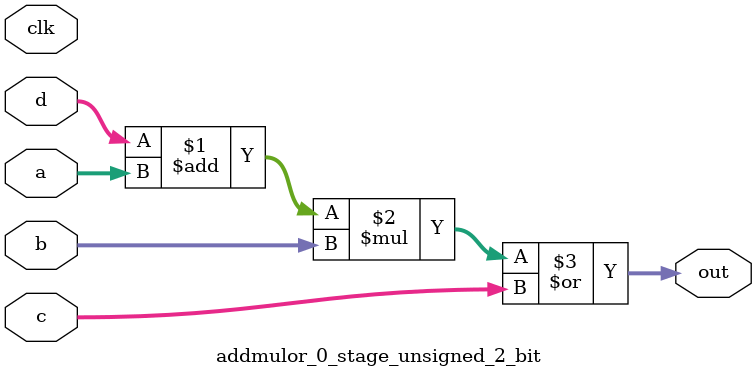
<source format=sv>
(* use_dsp = "yes" *) module addmulor_0_stage_unsigned_2_bit(
	input  [1:0] a,
	input  [1:0] b,
	input  [1:0] c,
	input  [1:0] d,
	output [1:0] out,
	input clk);

	assign out = ((d + a) * b) | c;
endmodule

</source>
